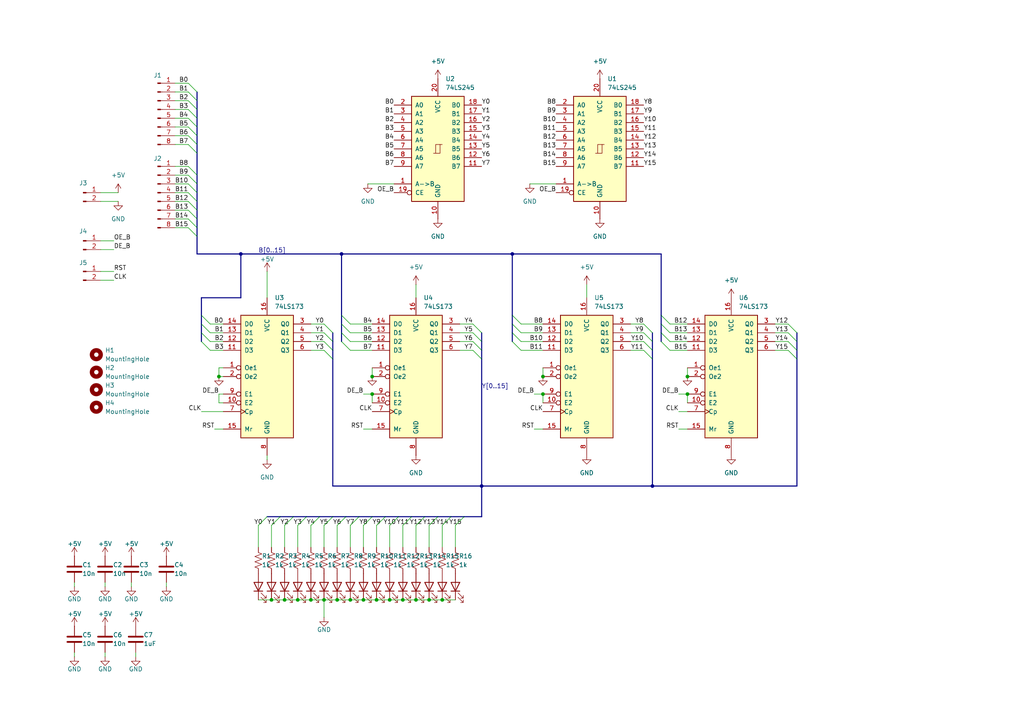
<source format=kicad_sch>
(kicad_sch (version 20231120) (generator "eeschema") (generator_version "8.0")
  (paper "A4")
  (lib_symbols
    (symbol "74xx:74LS173" (pin_names (offset 1.016))
      (property "Reference" "U" (at -7.62 19.05 0))
      (property "Value" "74LS173" (at -7.62 -19.05 0))
      (symbol "74LS173_1_0"
        (pin input inverted (at -12.7 2.54 0) (length 5.08) (name "Oe1") (number "1"))
        (pin input inverted (at -12.7 -7.62 0) (length 5.08) (name "E2") (number "10"))
        (pin input line (at -12.7 7.62 0) (length 5.08) (name "D3") (number "11"))
        (pin input line (at -12.7 10.16 0) (length 5.08) (name "D2") (number "12"))
        (pin input line (at -12.7 12.7 0) (length 5.08) (name "D1") (number "13"))
        (pin input line (at -12.7 15.24 0) (length 5.08) (name "D0") (number "14"))
        (pin input line (at -12.7 -15.24 0) (length 5.08) (name "Mr") (number "15"))
        (pin power_in line (at 0 22.86 270) (length 5.08) (name "VCC") (number "16"))
        (pin input inverted (at -12.7 0 0) (length 5.08) (name "Oe2") (number "2"))
        (pin tri_state line (at 12.7 15.24 180) (length 5.08) (name "Q0") (number "3"))
        (pin tri_state line (at 12.7 12.7 180) (length 5.08) (name "Q1") (number "4"))
        (pin tri_state line (at 12.7 10.16 180) (length 5.08) (name "Q2") (number "5"))
        (pin tri_state line (at 12.7 7.62 180) (length 5.08) (name "Q3") (number "6"))
        (pin input clock (at -12.7 -10.16 0) (length 5.08) (name "Cp") (number "7"))
        (pin power_in line (at 0 -22.86 90) (length 5.08) (name "GND") (number "8"))
        (pin input inverted (at -12.7 -5.08 0) (length 5.08) (name "E1") (number "9"))
      )
    )
    (symbol "74xx:74LS245" (pin_names (offset 1.016))
      (property "Reference" "U" (at -7.62 16.51 0))
      (property "Value" "74LS245" (at -7.62 -16.51 0))
      (symbol "74LS245_1_0"
        (pin input line (at -12.7 -10.16 0) (length 5.08) (name "A->B") (number "1"))
        (pin power_in line (at 0 -20.32 90) (length 5.08) (name "GND") (number "10"))
        (pin tri_state line (at 12.7 -5.08 180) (length 5.08) (name "B7") (number "11"))
        (pin tri_state line (at 12.7 -2.54 180) (length 5.08) (name "B6") (number "12"))
        (pin tri_state line (at 12.7 0 180) (length 5.08) (name "B5") (number "13"))
        (pin tri_state line (at 12.7 2.54 180) (length 5.08) (name "B4") (number "14"))
        (pin tri_state line (at 12.7 5.08 180) (length 5.08) (name "B3") (number "15"))
        (pin tri_state line (at 12.7 7.62 180) (length 5.08) (name "B2") (number "16"))
        (pin tri_state line (at 12.7 10.16 180) (length 5.08) (name "B1") (number "17"))
        (pin tri_state line (at 12.7 12.7 180) (length 5.08) (name "B0") (number "18"))
        (pin input inverted (at -12.7 -12.7 0) (length 5.08) (name "CE") (number "19"))
        (pin tri_state line (at -12.7 12.7 0) (length 5.08) (name "A0") (number "2"))
        (pin power_in line (at 0 20.32 270) (length 5.08) (name "VCC") (number "20"))
        (pin tri_state line (at -12.7 10.16 0) (length 5.08) (name "A1") (number "3"))
        (pin tri_state line (at -12.7 7.62 0) (length 5.08) (name "A2") (number "4"))
        (pin tri_state line (at -12.7 5.08 0) (length 5.08) (name "A3") (number "5"))
        (pin tri_state line (at -12.7 2.54 0) (length 5.08) (name "A4") (number "6"))
        (pin tri_state line (at -12.7 0 0) (length 5.08) (name "A5") (number "7"))
        (pin tri_state line (at -12.7 -2.54 0) (length 5.08) (name "A6") (number "8"))
        (pin tri_state line (at -12.7 -5.08 0) (length 5.08) (name "A7") (number "9"))
      )
    )
    (symbol "Connector:Conn_01x02_Pin" (pin_names (offset 1.016) hide)
      (property "Reference" "J" (at 0 2.54 0))
      (property "Value" "Conn_01x02_Pin" (at 0 -5.08 0))
      (symbol "Conn_01x02_Pin_1_1"
        (pin passive line (at 5.08 0 180) (length 3.81) (name "Pin_1") (number "1"))
        (pin passive line (at 5.08 -2.54 180) (length 3.81) (name "Pin_2") (number "2"))
      )
    )
    (symbol "Connector:Conn_01x08_Pin" (pin_names (offset 1.016) hide)
      (property "Reference" "J" (at 0 10.16 0))
      (property "Value" "Conn_01x08_Pin" (at 0 -12.7 0))
      (symbol "Conn_01x08_Pin_1_1"
        (pin passive line (at 5.08 7.62 180) (length 3.81) (name "Pin_1") (number "1"))
        (pin passive line (at 5.08 5.08 180) (length 3.81) (name "Pin_2") (number "2"))
        (pin passive line (at 5.08 2.54 180) (length 3.81) (name "Pin_3") (number "3"))
        (pin passive line (at 5.08 0 180) (length 3.81) (name "Pin_4") (number "4"))
        (pin passive line (at 5.08 -2.54 180) (length 3.81) (name "Pin_5") (number "5"))
        (pin passive line (at 5.08 -5.08 180) (length 3.81) (name "Pin_6") (number "6"))
        (pin passive line (at 5.08 -7.62 180) (length 3.81) (name "Pin_7") (number "7"))
        (pin passive line (at 5.08 -10.16 180) (length 3.81) (name "Pin_8") (number "8"))
      )
    )
    (symbol "Device:C" (pin_numbers hide) (pin_names (offset 0.254))
      (property "Reference" "C" (at 0.635 2.54 0))
      (property "Value" "C" (at 0.635 -2.54 0))
      (symbol "C_1_1"
        (pin passive line (at 0 3.81 270) (length 2.794) (name "~") (number "1"))
        (pin passive line (at 0 -3.81 90) (length 2.794) (name "~") (number "2"))
      )
    )
    (symbol "Device:LED" (pin_numbers hide) (pin_names (offset 1.016) hide)
      (property "Reference" "D" (at 0 2.54 0))
      (property "Value" "LED" (at 0 -2.54 0))
      (symbol "LED_1_1"
        (pin passive line (at -3.81 0 0) (length 2.54) (name "K") (number "1"))
        (pin passive line (at 3.81 0 180) (length 2.54) (name "A") (number "2"))
      )
    )
    (symbol "Device:R_US" (pin_numbers hide) (pin_names (offset 0))
      (property "Reference" "R" (at 2.54 0 90))
      (property "Value" "R_US" (at -2.54 0 90))
      (symbol "R_US_1_1"
        (pin passive line (at 0 3.81 270) (length 1.27) (name "~") (number "1"))
        (pin passive line (at 0 -3.81 90) (length 1.27) (name "~") (number "2"))
      )
    )
    (symbol "Mechanical:MountingHole" (pin_names (offset 1.016)) (exclude_from_sim yes) (in_bom no)
      (property "Reference" "H" (at 0 5.08 0))
      (property "Value" "MountingHole" (at 0 3.175 0))
    )
    (symbol "power:+5V" (power) (pin_numbers hide) (pin_names (offset 0) hide)
      (property "Value" "+5V" (at 0 3.556 0))
      (symbol "+5V_1_1"
        (pin power_in line (at 0 0 90) (length 0) (name "~") (number "1"))
      )
    )
    (symbol "power:GND" (power) (pin_numbers hide) (pin_names (offset 0) hide)
      (property "Value" "GND" (at 0 -3.81 0))
      (symbol "GND_1_1"
        (pin power_in line (at 0 0 270) (length 0) (name "~") (number "1"))
      )
    )
  )
  (junction (at 139.7 140.97))
  (junction (at 101.6 173.99))
  (junction (at 63.5 109.22))
  (junction (at 128.27 173.99))
  (junction (at 157.48 114.3))
  (junction (at 157.48 109.22))
  (junction (at 86.36 173.99))
  (junction (at 148.59 73.66))
  (junction (at 199.39 109.22))
  (junction (at 97.79 173.99))
  (junction (at 82.55 173.99))
  (junction (at 113.03 173.99))
  (junction (at 107.95 114.3))
  (junction (at 99.06 73.66))
  (junction (at 116.84 173.99))
  (junction (at 120.65 173.99))
  (junction (at 105.41 173.99))
  (junction (at 90.17 173.99))
  (junction (at 199.39 114.3))
  (junction (at 124.46 173.99))
  (junction (at 93.98 173.99))
  (junction (at 189.23 140.97))
  (junction (at 107.95 109.22))
  (junction (at 78.74 173.99))
  (junction (at 69.85 73.66))
  (junction (at 109.22 173.99))
  (bus_entry (at 113.03 152.4) (size 2.54 -2.54))
  (bus_entry (at 82.55 152.4) (size 2.54 -2.54))
  (bus_entry (at 151.13 96.52) (size -2.54 -2.54))
  (bus_entry (at 54.61 29.21) (size 2.54 2.54))
  (bus_entry (at 101.6 93.98) (size -2.54 -2.54))
  (bus_entry (at 186.69 96.52) (size 2.54 2.54))
  (bus_entry (at 186.69 93.98) (size 2.54 2.54))
  (bus_entry (at 54.61 60.96) (size 2.54 2.54))
  (bus_entry (at 194.31 93.98) (size -2.54 -2.54))
  (bus_entry (at 54.61 26.67) (size 2.54 2.54))
  (bus_entry (at 137.16 93.98) (size 2.54 2.54))
  (bus_entry (at 101.6 96.52) (size -2.54 -2.54))
  (bus_entry (at 54.61 58.42) (size 2.54 2.54))
  (bus_entry (at 194.31 96.52) (size -2.54 -2.54))
  (bus_entry (at 101.6 101.6) (size -2.54 -2.54))
  (bus_entry (at 137.16 96.52) (size 2.54 2.54))
  (bus_entry (at 101.6 99.06) (size -2.54 -2.54))
  (bus_entry (at 93.98 99.06) (size 2.54 2.54))
  (bus_entry (at 228.6 99.06) (size 2.54 2.54))
  (bus_entry (at 116.84 152.4) (size 2.54 -2.54))
  (bus_entry (at 151.13 99.06) (size -2.54 -2.54))
  (bus_entry (at 109.22 152.4) (size 2.54 -2.54))
  (bus_entry (at 132.08 152.4) (size 2.54 -2.54))
  (bus_entry (at 54.61 39.37) (size 2.54 2.54))
  (bus_entry (at 60.96 93.98) (size -2.54 -2.54))
  (bus_entry (at 128.27 152.4) (size 2.54 -2.54))
  (bus_entry (at 60.96 99.06) (size -2.54 -2.54))
  (bus_entry (at 60.96 101.6) (size -2.54 -2.54))
  (bus_entry (at 228.6 101.6) (size 2.54 2.54))
  (bus_entry (at 54.61 50.8) (size 2.54 2.54))
  (bus_entry (at 78.74 152.4) (size 2.54 -2.54))
  (bus_entry (at 105.41 152.4) (size 2.54 -2.54))
  (bus_entry (at 86.36 152.4) (size 2.54 -2.54))
  (bus_entry (at 228.6 93.98) (size 2.54 2.54))
  (bus_entry (at 54.61 31.75) (size 2.54 2.54))
  (bus_entry (at 54.61 63.5) (size 2.54 2.54))
  (bus_entry (at 54.61 24.13) (size 2.54 2.54))
  (bus_entry (at 151.13 93.98) (size -2.54 -2.54))
  (bus_entry (at 137.16 101.6) (size 2.54 2.54))
  (bus_entry (at 54.61 41.91) (size 2.54 2.54))
  (bus_entry (at 151.13 101.6) (size -2.54 -2.54))
  (bus_entry (at 194.31 101.6) (size -2.54 -2.54))
  (bus_entry (at 54.61 36.83) (size 2.54 2.54))
  (bus_entry (at 54.61 48.26) (size 2.54 2.54))
  (bus_entry (at 137.16 99.06) (size 2.54 2.54))
  (bus_entry (at 101.6 152.4) (size 2.54 -2.54))
  (bus_entry (at 186.69 101.6) (size 2.54 2.54))
  (bus_entry (at 186.69 99.06) (size 2.54 2.54))
  (bus_entry (at 93.98 96.52) (size 2.54 2.54))
  (bus_entry (at 228.6 96.52) (size 2.54 2.54))
  (bus_entry (at 124.46 152.4) (size 2.54 -2.54))
  (bus_entry (at 90.17 152.4) (size 2.54 -2.54))
  (bus_entry (at 60.96 96.52) (size -2.54 -2.54))
  (bus_entry (at 120.65 152.4) (size 2.54 -2.54))
  (bus_entry (at 194.31 99.06) (size -2.54 -2.54))
  (bus_entry (at 54.61 53.34) (size 2.54 2.54))
  (bus_entry (at 93.98 152.4) (size 2.54 -2.54))
  (bus_entry (at 74.93 152.4) (size 2.54 -2.54))
  (bus_entry (at 54.61 55.88) (size 2.54 2.54))
  (bus_entry (at 93.98 93.98) (size 2.54 2.54))
  (bus_entry (at 54.61 34.29) (size 2.54 2.54))
  (bus_entry (at 54.61 66.04) (size 2.54 2.54))
  (bus_entry (at 97.79 152.4) (size 2.54 -2.54))
  (bus_entry (at 93.98 101.6) (size 2.54 2.54))
  (bus (pts (xy 58.42 96.52) (xy 58.42 93.98)))
  (wire (pts (xy 90.17 101.6) (xy 93.98 101.6)))
  (wire (pts (xy 153.67 53.34) (xy 161.29 53.34)))
  (wire (pts (xy 199.39 109.22) (xy 199.39 106.68)))
  (bus (pts (xy 92.71 149.86) (xy 96.52 149.86)))
  (bus (pts (xy 231.14 104.14) (xy 231.14 140.97)))
  (wire (pts (xy 60.96 99.06) (xy 64.77 99.06)))
  (wire (pts (xy 50.8 41.91) (xy 54.61 41.91)))
  (bus (pts (xy 191.77 96.52) (xy 191.77 99.06)))
  (wire (pts (xy 109.22 158.75) (xy 109.22 152.4)))
  (wire (pts (xy 54.61 55.88) (xy 50.8 55.88)))
  (wire (pts (xy 151.13 101.6) (xy 157.48 101.6)))
  (bus (pts (xy 96.52 140.97) (xy 139.7 140.97)))
  (bus (pts (xy 115.57 149.86) (xy 119.38 149.86)))
  (bus (pts (xy 191.77 91.44) (xy 191.77 93.98)))
  (wire (pts (xy 105.41 124.46) (xy 107.95 124.46)))
  (bus (pts (xy 139.7 140.97) (xy 189.23 140.97)))
  (wire (pts (xy 60.96 93.98) (xy 64.77 93.98)))
  (bus (pts (xy 57.15 26.67) (xy 57.15 29.21)))
  (bus (pts (xy 139.7 99.06) (xy 139.7 101.6)))
  (bus (pts (xy 107.95 149.86) (xy 111.76 149.86)))
  (wire (pts (xy 90.17 96.52) (xy 93.98 96.52)))
  (bus (pts (xy 58.42 91.44) (xy 58.42 86.36)))
  (wire (pts (xy 63.5 109.22) (xy 64.77 109.22)))
  (bus (pts (xy 58.42 86.36) (xy 69.85 86.36)))
  (bus (pts (xy 99.06 96.52) (xy 99.06 99.06)))
  (wire (pts (xy 101.6 101.6) (xy 107.95 101.6)))
  (wire (pts (xy 124.46 173.99) (xy 128.27 173.99)))
  (wire (pts (xy 120.65 173.99) (xy 124.46 173.99)))
  (wire (pts (xy 39.37 189.23) (xy 39.37 190.5)))
  (wire (pts (xy 128.27 158.75) (xy 128.27 152.4)))
  (wire (pts (xy 224.79 101.6) (xy 228.6 101.6)))
  (bus (pts (xy 57.15 68.58) (xy 57.15 73.66)))
  (bus (pts (xy 69.85 73.66) (xy 99.06 73.66)))
  (bus (pts (xy 88.9 149.86) (xy 92.71 149.86)))
  (bus (pts (xy 57.15 50.8) (xy 57.15 53.34)))
  (bus (pts (xy 81.28 149.86) (xy 85.09 149.86)))
  (wire (pts (xy 21.59 168.91) (xy 21.59 170.18)))
  (wire (pts (xy 120.65 82.55) (xy 120.65 86.36)))
  (bus (pts (xy 127 149.86) (xy 130.81 149.86)))
  (wire (pts (xy 199.39 114.3) (xy 196.85 114.3)))
  (bus (pts (xy 100.33 149.86) (xy 104.14 149.86)))
  (wire (pts (xy 154.94 124.46) (xy 157.48 124.46)))
  (bus (pts (xy 191.77 93.98) (xy 191.77 96.52)))
  (wire (pts (xy 151.13 99.06) (xy 157.48 99.06)))
  (bus (pts (xy 57.15 39.37) (xy 57.15 41.91)))
  (bus (pts (xy 139.7 104.14) (xy 139.7 140.97)))
  (bus (pts (xy 57.15 66.04) (xy 57.15 68.58)))
  (wire (pts (xy 107.95 116.84) (xy 107.95 114.3)))
  (wire (pts (xy 90.17 93.98) (xy 93.98 93.98)))
  (wire (pts (xy 62.23 124.46) (xy 64.77 124.46)))
  (wire (pts (xy 33.02 72.39) (xy 29.21 72.39)))
  (bus (pts (xy 96.52 149.86) (xy 100.33 149.86)))
  (wire (pts (xy 54.61 50.8) (xy 50.8 50.8)))
  (wire (pts (xy 101.6 96.52) (xy 107.95 96.52)))
  (bus (pts (xy 134.62 149.86) (xy 139.7 149.86)))
  (wire (pts (xy 63.5 106.68) (xy 63.5 109.22)))
  (wire (pts (xy 30.48 168.91) (xy 30.48 170.18)))
  (wire (pts (xy 86.36 173.99) (xy 90.17 173.99)))
  (wire (pts (xy 60.96 96.52) (xy 64.77 96.52)))
  (wire (pts (xy 54.61 60.96) (xy 50.8 60.96)))
  (wire (pts (xy 106.68 53.34) (xy 114.3 53.34)))
  (wire (pts (xy 124.46 158.75) (xy 124.46 152.4)))
  (bus (pts (xy 99.06 91.44) (xy 99.06 93.98)))
  (wire (pts (xy 101.6 99.06) (xy 107.95 99.06)))
  (wire (pts (xy 54.61 58.42) (xy 50.8 58.42)))
  (wire (pts (xy 109.22 173.99) (xy 113.03 173.99)))
  (wire (pts (xy 224.79 93.98) (xy 228.6 93.98)))
  (wire (pts (xy 50.8 26.67) (xy 54.61 26.67)))
  (wire (pts (xy 34.29 55.88) (xy 29.21 55.88)))
  (wire (pts (xy 194.31 99.06) (xy 199.39 99.06)))
  (wire (pts (xy 151.13 93.98) (xy 157.48 93.98)))
  (wire (pts (xy 97.79 158.75) (xy 97.79 152.4)))
  (wire (pts (xy 50.8 24.13) (xy 54.61 24.13)))
  (bus (pts (xy 104.14 149.86) (xy 107.95 149.86)))
  (wire (pts (xy 151.13 96.52) (xy 157.48 96.52)))
  (wire (pts (xy 60.96 101.6) (xy 64.77 101.6)))
  (bus (pts (xy 189.23 96.52) (xy 189.23 99.06)))
  (wire (pts (xy 199.39 116.84) (xy 199.39 114.3)))
  (wire (pts (xy 196.85 124.46) (xy 199.39 124.46)))
  (wire (pts (xy 157.48 109.22) (xy 157.48 106.68)))
  (wire (pts (xy 50.8 36.83) (xy 54.61 36.83)))
  (wire (pts (xy 38.1 168.91) (xy 38.1 170.18)))
  (bus (pts (xy 123.19 149.86) (xy 127 149.86)))
  (wire (pts (xy 182.88 101.6) (xy 186.69 101.6)))
  (bus (pts (xy 96.52 99.06) (xy 96.52 101.6)))
  (wire (pts (xy 30.48 189.23) (xy 30.48 190.5)))
  (wire (pts (xy 133.35 101.6) (xy 137.16 101.6)))
  (bus (pts (xy 57.15 73.66) (xy 69.85 73.66)))
  (bus (pts (xy 111.76 149.86) (xy 115.57 149.86)))
  (wire (pts (xy 34.29 58.42) (xy 29.21 58.42)))
  (bus (pts (xy 96.52 96.52) (xy 96.52 99.06)))
  (bus (pts (xy 231.14 99.06) (xy 231.14 101.6)))
  (bus (pts (xy 99.06 93.98) (xy 99.06 96.52)))
  (wire (pts (xy 78.74 173.99) (xy 82.55 173.99)))
  (wire (pts (xy 194.31 93.98) (xy 199.39 93.98)))
  (bus (pts (xy 189.23 104.14) (xy 189.23 140.97)))
  (wire (pts (xy 101.6 173.99) (xy 105.41 173.99)))
  (bus (pts (xy 130.81 149.86) (xy 134.62 149.86)))
  (bus (pts (xy 57.15 36.83) (xy 57.15 39.37)))
  (wire (pts (xy 93.98 179.07) (xy 93.98 173.99)))
  (wire (pts (xy 29.21 78.74) (xy 33.02 78.74)))
  (bus (pts (xy 148.59 91.44) (xy 148.59 93.98)))
  (wire (pts (xy 182.88 93.98) (xy 186.69 93.98)))
  (bus (pts (xy 57.15 53.34) (xy 57.15 55.88)))
  (bus (pts (xy 148.59 96.52) (xy 148.59 99.06)))
  (wire (pts (xy 77.47 78.74) (xy 77.47 86.36)))
  (wire (pts (xy 54.61 66.04) (xy 50.8 66.04)))
  (wire (pts (xy 132.08 158.75) (xy 132.08 152.4)))
  (wire (pts (xy 194.31 96.52) (xy 199.39 96.52)))
  (wire (pts (xy 82.55 173.99) (xy 86.36 173.99)))
  (wire (pts (xy 54.61 63.5) (xy 50.8 63.5)))
  (bus (pts (xy 139.7 96.52) (xy 139.7 99.06)))
  (wire (pts (xy 199.39 119.38) (xy 196.85 119.38)))
  (bus (pts (xy 139.7 101.6) (xy 139.7 104.14)))
  (wire (pts (xy 63.5 114.3) (xy 63.5 116.84)))
  (wire (pts (xy 93.98 173.99) (xy 97.79 173.99)))
  (wire (pts (xy 54.61 53.34) (xy 50.8 53.34)))
  (wire (pts (xy 64.77 106.68) (xy 63.5 106.68)))
  (wire (pts (xy 50.8 31.75) (xy 54.61 31.75)))
  (bus (pts (xy 148.59 91.44) (xy 148.59 73.66)))
  (wire (pts (xy 157.48 116.84) (xy 157.48 114.3)))
  (bus (pts (xy 69.85 86.36) (xy 69.85 73.66)))
  (bus (pts (xy 57.15 34.29) (xy 57.15 36.83)))
  (wire (pts (xy 90.17 158.75) (xy 90.17 152.4)))
  (bus (pts (xy 148.59 93.98) (xy 148.59 96.52)))
  (wire (pts (xy 133.35 93.98) (xy 137.16 93.98)))
  (wire (pts (xy 93.98 158.75) (xy 93.98 152.4)))
  (wire (pts (xy 90.17 173.99) (xy 93.98 173.99)))
  (wire (pts (xy 86.36 158.75) (xy 86.36 152.4)))
  (bus (pts (xy 58.42 93.98) (xy 58.42 91.44)))
  (bus (pts (xy 99.06 73.66) (xy 99.06 91.44)))
  (bus (pts (xy 189.23 99.06) (xy 189.23 101.6)))
  (wire (pts (xy 54.61 48.26) (xy 50.8 48.26)))
  (bus (pts (xy 99.06 73.66) (xy 148.59 73.66)))
  (wire (pts (xy 101.6 93.98) (xy 107.95 93.98)))
  (bus (pts (xy 96.52 101.6) (xy 96.52 104.14)))
  (wire (pts (xy 105.41 173.99) (xy 109.22 173.99)))
  (wire (pts (xy 77.47 133.35) (xy 77.47 132.08)))
  (wire (pts (xy 170.18 82.55) (xy 170.18 86.36)))
  (wire (pts (xy 63.5 116.84) (xy 64.77 116.84)))
  (bus (pts (xy 57.15 63.5) (xy 57.15 66.04)))
  (bus (pts (xy 57.15 44.45) (xy 57.15 50.8)))
  (wire (pts (xy 113.03 158.75) (xy 113.03 152.4)))
  (bus (pts (xy 85.09 149.86) (xy 88.9 149.86)))
  (wire (pts (xy 194.31 101.6) (xy 199.39 101.6)))
  (wire (pts (xy 224.79 99.06) (xy 228.6 99.06)))
  (wire (pts (xy 116.84 173.99) (xy 120.65 173.99)))
  (wire (pts (xy 128.27 173.99) (xy 132.08 173.99)))
  (wire (pts (xy 33.02 81.28) (xy 29.21 81.28)))
  (wire (pts (xy 74.93 158.75) (xy 74.93 152.4)))
  (bus (pts (xy 119.38 149.86) (xy 123.19 149.86)))
  (bus (pts (xy 189.23 140.97) (xy 231.14 140.97)))
  (wire (pts (xy 50.8 29.21) (xy 54.61 29.21)))
  (wire (pts (xy 157.48 114.3) (xy 154.94 114.3)))
  (bus (pts (xy 148.59 73.66) (xy 191.77 73.66)))
  (wire (pts (xy 107.95 109.22) (xy 107.95 106.68)))
  (bus (pts (xy 57.15 58.42) (xy 57.15 60.96)))
  (bus (pts (xy 58.42 99.06) (xy 58.42 96.52)))
  (bus (pts (xy 139.7 149.86) (xy 139.7 140.97)))
  (wire (pts (xy 90.17 99.06) (xy 93.98 99.06)))
  (bus (pts (xy 57.15 41.91) (xy 57.15 44.45)))
  (bus (pts (xy 231.14 101.6) (xy 231.14 104.14)))
  (wire (pts (xy 107.95 114.3) (xy 105.41 114.3)))
  (wire (pts (xy 50.8 34.29) (xy 54.61 34.29)))
  (wire (pts (xy 113.03 173.99) (xy 116.84 173.99)))
  (bus (pts (xy 57.15 29.21) (xy 57.15 31.75)))
  (wire (pts (xy 133.35 99.06) (xy 137.16 99.06)))
  (wire (pts (xy 82.55 158.75) (xy 82.55 152.4)))
  (wire (pts (xy 101.6 158.75) (xy 101.6 152.4)))
  (wire (pts (xy 116.84 158.75) (xy 116.84 152.4)))
  (bus (pts (xy 191.77 73.66) (xy 191.77 91.44)))
  (bus (pts (xy 77.47 149.86) (xy 81.28 149.86)))
  (bus (pts (xy 189.23 101.6) (xy 189.23 104.14)))
  (wire (pts (xy 182.88 99.06) (xy 186.69 99.06)))
  (wire (pts (xy 133.35 96.52) (xy 137.16 96.52)))
  (wire (pts (xy 48.26 168.91) (xy 48.26 170.18)))
  (bus (pts (xy 96.52 104.14) (xy 96.52 140.97)))
  (wire (pts (xy 182.88 96.52) (xy 186.69 96.52)))
  (wire (pts (xy 58.42 119.38) (xy 64.77 119.38)))
  (wire (pts (xy 78.74 158.75) (xy 78.74 152.4)))
  (wire (pts (xy 224.79 96.52) (xy 228.6 96.52)))
  (bus (pts (xy 57.15 60.96) (xy 57.15 63.5)))
  (wire (pts (xy 105.41 158.75) (xy 105.41 152.4)))
  (bus (pts (xy 231.14 96.52) (xy 231.14 99.06)))
  (bus (pts (xy 57.15 31.75) (xy 57.15 34.29)))
  (wire (pts (xy 50.8 39.37) (xy 54.61 39.37)))
  (wire (pts (xy 63.5 114.3) (xy 64.77 114.3)))
  (wire (pts (xy 74.93 173.99) (xy 78.74 173.99)))
  (wire (pts (xy 120.65 158.75) (xy 120.65 152.4)))
  (bus (pts (xy 57.15 55.88) (xy 57.15 58.42)))
  (wire (pts (xy 21.59 189.23) (xy 21.59 190.5)))
  (wire (pts (xy 97.79 173.99) (xy 101.6 173.99)))
  (wire (pts (xy 33.02 69.85) (xy 29.21 69.85)))
  (label "B14" (at 161.29 45.72 180))
  (label "Y4" (at 137.16 93.98 180))
  (label "B5" (at 114.3 43.18 180))
  (label "B6" (at 54.61 39.37 180))
  (label "RST" (at 33.02 78.74 0))
  (label "CLK" (at 157.48 119.38 180))
  (label "Y2" (at 82.55 152.4 0))
  (label "DE_B" (at 33.02 72.39 0))
  (label "Y12" (at 186.69 40.64 0))
  (label "Y4" (at 90.17 152.4 0))
  (label "B13" (at 199.39 96.52 180))
  (label "B11" (at 54.61 55.88 180))
  (label "Y8" (at 186.69 30.48 0))
  (label "B2" (at 54.61 29.21 180))
  (label "B7" (at 107.95 101.6 180))
  (label "B6" (at 114.3 45.72 180))
  (label "Y10" (at 186.69 99.06 180))
  (label "Y0" (at 139.7 30.48 0))
  (label "B2" (at 114.3 35.56 180))
  (label "B15" (at 161.29 48.26 180))
  (label "B0" (at 114.3 30.48 180))
  (label "B14" (at 199.39 99.06 180))
  (label "Y12" (at 120.65 152.4 0))
  (label "B9" (at 157.48 96.52 180))
  (label "B0" (at 64.77 93.98 180))
  (label "B0" (at 54.61 24.13 180))
  (label "B8" (at 54.61 48.26 180))
  (label "RST" (at 154.94 124.46 180))
  (label "Y3" (at 139.7 38.1 0))
  (label "Y2" (at 93.98 99.06 180))
  (label "CLK" (at 107.95 119.38 180))
  (label "OE_B" (at 114.3 55.88 180))
  (label "OE_B" (at 161.29 55.88 180))
  (label "B8" (at 157.48 93.98 180))
  (label "Y13" (at 228.6 96.52 180))
  (label "Y8" (at 186.69 93.98 180))
  (label "B11" (at 161.29 38.1 180))
  (label "B1" (at 114.3 33.02 180))
  (label "DE_B" (at 63.5 114.3 180))
  (label "Y5" (at 93.98 152.4 0))
  (label "Y11" (at 186.69 38.1 0))
  (label "B10" (at 157.48 99.06 180))
  (label "Y2" (at 139.7 35.56 0))
  (label "Y6" (at 137.16 99.06 180))
  (label "Y15" (at 228.6 101.6 180))
  (label "B8" (at 161.29 30.48 180))
  (label "Y0" (at 93.98 93.98 180))
  (label "Y11" (at 186.69 101.6 180))
  (label "CLK" (at 58.42 119.38 180))
  (label "Y9" (at 186.69 33.02 0))
  (label "Y3" (at 86.36 152.4 0))
  (label "Y[0..15]" (at 139.7 113.03 0))
  (label "B5" (at 107.95 96.52 180))
  (label "B[0..15]" (at 74.93 73.66 0))
  (label "B6" (at 107.95 99.06 180))
  (label "RST" (at 62.23 124.46 180))
  (label "B15" (at 199.39 101.6 180))
  (label "B4" (at 107.95 93.98 180))
  (label "Y10" (at 113.03 152.4 0))
  (label "Y10" (at 186.69 35.56 0))
  (label "B13" (at 161.29 43.18 180))
  (label "Y7" (at 139.7 48.26 0))
  (label "Y15" (at 186.69 48.26 0))
  (label "CLK" (at 196.85 119.38 180))
  (label "Y7" (at 137.16 101.6 180))
  (label "CLK" (at 33.02 81.28 0))
  (label "B10" (at 54.61 53.34 180))
  (label "B13" (at 54.61 60.96 180))
  (label "B2" (at 62.23 99.06 0))
  (label "B4" (at 114.3 40.64 180))
  (label "Y0" (at 74.93 152.4 0))
  (label "Y8" (at 105.41 152.4 0))
  (label "Y6" (at 97.79 152.4 0))
  (label "B12" (at 199.39 93.98 180))
  (label "B3" (at 62.23 101.6 0))
  (label "RST" (at 196.85 124.46 180))
  (label "B12" (at 54.61 58.42 180))
  (label "Y14" (at 228.6 99.06 180))
  (label "Y7" (at 101.6 152.4 0))
  (label "Y14" (at 186.69 45.72 0))
  (label "B4" (at 54.61 34.29 180))
  (label "Y1" (at 78.74 152.4 0))
  (label "B12" (at 161.29 40.64 180))
  (label "DE_B" (at 105.41 114.3 180))
  (label "DE_B" (at 154.94 114.3 180))
  (label "B3" (at 54.61 31.75 180))
  (label "B5" (at 54.61 36.83 180))
  (label "B7" (at 114.3 48.26 180))
  (label "Y9" (at 186.69 96.52 180))
  (label "DE_B" (at 196.85 114.3 180))
  (label "Y13" (at 186.69 43.18 0))
  (label "Y6" (at 139.7 45.72 0))
  (label "B1" (at 54.61 26.67 180))
  (label "Y3" (at 93.98 101.6 180))
  (label "Y5" (at 139.7 43.18 0))
  (label "RST" (at 105.41 124.46 180))
  (label "B9" (at 161.29 33.02 180))
  (label "B11" (at 157.48 101.6 180))
  (label "Y4" (at 139.7 40.64 0))
  (label "B3" (at 114.3 38.1 180))
  (label "OE_B" (at 33.02 69.85 0))
  (label "Y5" (at 137.16 96.52 180))
  (label "B10" (at 161.29 35.56 180))
  (label "B1" (at 62.23 96.52 0))
  (label "Y1" (at 93.98 96.52 180))
  (label "B15" (at 54.61 66.04 180))
  (label "Y12" (at 228.6 93.98 180))
  (label "Y11" (at 116.84 152.4 0))
  (label "Y14" (at 128.27 152.4 0))
  (label "Y15" (at 132.08 152.4 0))
  (label "Y9" (at 109.22 152.4 0))
  (label "B14" (at 54.61 63.5 180))
  (label "Y13" (at 124.46 152.4 0))
  (label "B9" (at 54.61 50.8 180))
  (label "B7" (at 54.61 41.91 180))
  (label "Y1" (at 139.7 33.02 0))
  (symbol (lib_id "power:GND") (at 93.98 179.07 0) (unit 1)
    (property "Reference" "#PWR01" (effects (hide yes)))
    (property "Value" "GND" (at 93.98 182.626 0))
    (property "Description" "Power symbol creates a global label with name \"GND\" , ground" (effects (hide yes)))
  )
  (symbol (lib_id "power:+5V") (at 38.1 161.29 0) (unit 1)
    (property "Reference" "#PWR037" (effects (hide yes)))
    (property "Value" "+5V" (at 38.1 157.734 0))
    (property "Description" "Power symbol creates a global label with name \"+5V\"" (effects (hide yes)))
  )
  (symbol (lib_id "74xx:74LS245") (at 127 43.18 0) (unit 1)
    (property "Reference" "U2" (at 129.1941 22.86 0) (effects (justify left)))
    (property "Value" "74LS245" (at 129.1941 25.4 0) (effects (justify left)))
    (property "Footprint" "Package_DIP:DIP-20_W7.62mm" (effects (hide yes)))
    (property "Datasheet" "http://www.ti.com/lit/gpn/sn74LS245" (effects (hide yes)))
    (property "Description" "Octal BUS Transceivers, 3-State outputs" (effects (hide yes)))
  )
  (symbol (lib_id "Device:R_US") (at 101.6 162.56 0) (unit 1)
    (property "Reference" "R8" (at 102.616 161.29 0) (effects (justify left)))
    (property "Value" "1k" (at 102.616 163.83 0) (effects (justify left)))
    (property "Footprint" "Resistor_THT:R_Axial_DIN0204_L3.6mm_D1.6mm_P7.62mm_Horizontal" (effects (hide yes)))
    (property "Description" "Resistor, US symbol" (effects (hide yes)))
  )
  (symbol (lib_id "Device:C") (at 39.37 185.42 0) (unit 1)
    (property "Reference" "C7" (at 41.656 184.15 0) (effects (justify left)))
    (property "Value" "1uF" (at 41.656 186.69 0) (effects (justify left)))
    (property "Footprint" "Capacitor_THT:C_Radial_D6.3mm_H11.0mm_P2.50mm" (effects (hide yes)))
    (property "Description" "Unpolarized capacitor" (effects (hide yes)))
  )
  (symbol (lib_id "power:+5V") (at 30.48 161.29 0) (unit 1)
    (property "Reference" "#PWR027" (effects (hide yes)))
    (property "Value" "+5V" (at 30.48 157.734 0))
    (property "Description" "Power symbol creates a global label with name \"+5V\"" (effects (hide yes)))
  )
  (symbol (lib_id "Connector:Conn_01x02_Pin") (at 24.13 69.85 0) (unit 1)
    (property "Reference" "J4" (at 24.13 67.056 0))
    (property "Value" "Conn_01x02_Pin" (effects (hide yes)))
    (property "Footprint" "Connector_JST:JST_XH_S2B-XH-A_1x02_P2.50mm_Horizontal" (effects (hide yes)))
    (property "Description" "Generic connector, single row, 01x02, script generated" (effects (hide yes)))
  )
  (symbol (lib_id "Device:R_US") (at 105.41 162.56 0) (unit 1)
    (property "Reference" "R9" (at 106.426 161.29 0) (effects (justify left)))
    (property "Value" "1k" (at 106.426 163.83 0) (effects (justify left)))
    (property "Footprint" "Resistor_THT:R_Axial_DIN0204_L3.6mm_D1.6mm_P7.62mm_Horizontal" (effects (hide yes)))
    (property "Description" "Resistor, US symbol" (effects (hide yes)))
  )
  (symbol (lib_id "74xx:74LS173") (at 77.47 109.22 0) (unit 1)
    (property "Reference" "U3" (at 79.6641 86.36 0) (effects (justify left)))
    (property "Value" "74LS173" (at 79.6641 88.9 0) (effects (justify left)))
    (property "Footprint" "Package_DIP:DIP-16_W7.62mm" (effects (hide yes)))
    (property "Datasheet" "http://www.ti.com/lit/gpn/sn74LS173" (effects (hide yes)))
    (property "Description" "4-bit D-type Register, 3 state out" (effects (hide yes)))
  )
  (symbol (lib_id "Device:R_US") (at 93.98 162.56 0) (unit 1)
    (property "Reference" "R6" (at 94.996 161.29 0) (effects (justify left)))
    (property "Value" "1k" (at 94.996 163.83 0) (effects (justify left)))
    (property "Footprint" "Resistor_THT:R_Axial_DIN0204_L3.6mm_D1.6mm_P7.62mm_Horizontal" (effects (hide yes)))
    (property "Description" "Resistor, US symbol" (effects (hide yes)))
  )
  (symbol (lib_id "Device:LED") (at 90.17 170.18 90) (unit 1)
    (property "Reference" "D5" (effects (hide yes)))
    (property "Value" "LED" (effects (hide yes)))
    (property "Footprint" "LED_THT:LED_Rectangular_W3.0mm_H2.0mm" (effects (hide yes)))
    (property "Description" "Light emitting diode" (effects (hide yes)))
  )
  (symbol (lib_id "power:GND") (at 170.18 132.08 0) (unit 1)
    (property "Reference" "#PWR012" (effects (hide yes)))
    (property "Value" "GND" (at 170.18 137.16 0))
    (property "Description" "Power symbol creates a global label with name \"GND\" , ground" (effects (hide yes)))
  )
  (symbol (lib_id "Device:LED") (at 97.79 170.18 90) (unit 1)
    (property "Reference" "D7" (effects (hide yes)))
    (property "Value" "LED" (effects (hide yes)))
    (property "Footprint" "LED_THT:LED_Rectangular_W3.0mm_H2.0mm" (effects (hide yes)))
    (property "Description" "Light emitting diode" (effects (hide yes)))
  )
  (symbol (lib_id "Device:R_US") (at 116.84 162.56 0) (unit 1)
    (property "Reference" "R12" (at 117.856 161.29 0) (effects (justify left)))
    (property "Value" "1k" (at 117.856 163.83 0) (effects (justify left)))
    (property "Footprint" "Resistor_THT:R_Axial_DIN0204_L3.6mm_D1.6mm_P7.62mm_Horizontal" (effects (hide yes)))
    (property "Description" "Resistor, US symbol" (effects (hide yes)))
  )
  (symbol (lib_id "Device:C") (at 21.59 185.42 0) (unit 1)
    (property "Reference" "C5" (at 23.876 184.15 0) (effects (justify left)))
    (property "Value" "10n" (at 23.876 186.69 0) (effects (justify left)))
    (property "Footprint" "Capacitor_THT:C_Disc_D3.8mm_W2.6mm_P2.50mm" (effects (hide yes)))
    (property "Description" "Unpolarized capacitor" (effects (hide yes)))
  )
  (symbol (lib_id "Device:R_US") (at 82.55 162.56 0) (unit 1)
    (property "Reference" "R3" (at 83.566 161.29 0) (effects (justify left)))
    (property "Value" "1k" (at 83.566 163.83 0) (effects (justify left)))
    (property "Footprint" "Resistor_THT:R_Axial_DIN0204_L3.6mm_D1.6mm_P7.62mm_Horizontal" (effects (hide yes)))
    (property "Description" "Resistor, US symbol" (effects (hide yes)))
  )
  (symbol (lib_id "power:GND") (at 38.1 170.18 0) (unit 1)
    (property "Reference" "#PWR038" (effects (hide yes)))
    (property "Value" "GND" (at 38.1 173.736 0))
    (property "Description" "Power symbol creates a global label with name \"GND\" , ground" (effects (hide yes)))
  )
  (symbol (lib_id "Connector:Conn_01x02_Pin") (at 24.13 55.88 0) (unit 1)
    (property "Reference" "J3" (at 24.13 53.086 0))
    (property "Value" "Conn_01x02_Pin" (effects (hide yes)))
    (property "Footprint" "Connector_JST:JST_XH_S2B-XH-A_1x02_P2.50mm_Horizontal" (effects (hide yes)))
    (property "Description" "Generic connector, single row, 01x02, script generated" (effects (hide yes)))
  )
  (symbol (lib_id "Device:LED") (at 74.93 170.18 90) (unit 1)
    (property "Reference" "D1" (effects (hide yes)))
    (property "Value" "LED" (effects (hide yes)))
    (property "Footprint" "LED_THT:LED_Rectangular_W3.0mm_H2.0mm" (effects (hide yes)))
    (property "Description" "Light emitting diode" (effects (hide yes)))
  )
  (symbol (lib_id "Device:C") (at 21.59 165.1 0) (unit 1)
    (property "Reference" "C1" (at 23.876 163.83 0) (effects (justify left)))
    (property "Value" "10n" (at 23.876 166.37 0) (effects (justify left)))
    (property "Footprint" "Capacitor_THT:C_Disc_D3.8mm_W2.6mm_P2.50mm" (effects (hide yes)))
    (property "Description" "Unpolarized capacitor" (effects (hide yes)))
  )
  (symbol (lib_id "power:GND") (at 107.95 109.22 0) (unit 1)
    (property "Reference" "#PWR022" (effects (hide yes)))
    (property "Value" "GND" (effects (hide yes)))
    (property "Description" "Power symbol creates a global label with name \"GND\" , ground" (effects (hide yes)))
  )
  (symbol (lib_id "Device:C") (at 38.1 165.1 0) (unit 1)
    (property "Reference" "C3" (at 40.386 163.83 0) (effects (justify left)))
    (property "Value" "10n" (at 40.386 166.37 0) (effects (justify left)))
    (property "Footprint" "Capacitor_THT:C_Disc_D3.8mm_W2.6mm_P2.50mm" (effects (hide yes)))
    (property "Description" "Unpolarized capacitor" (effects (hide yes)))
  )
  (symbol (lib_id "74xx:74LS173") (at 170.18 109.22 0) (unit 1)
    (property "Reference" "U5" (at 172.3741 86.36 0) (effects (justify left)))
    (property "Value" "74LS173" (at 172.3741 88.9 0) (effects (justify left)))
    (property "Footprint" "Package_DIP:DIP-16_W7.62mm" (effects (hide yes)))
    (property "Datasheet" "http://www.ti.com/lit/gpn/sn74LS173" (effects (hide yes)))
    (property "Description" "4-bit D-type Register, 3 state out" (effects (hide yes)))
  )
  (symbol (lib_id "Device:C") (at 30.48 165.1 0) (unit 1)
    (property "Reference" "C2" (at 32.766 163.83 0) (effects (justify left)))
    (property "Value" "10n" (at 32.766 166.37 0) (effects (justify left)))
    (property "Footprint" "Capacitor_THT:C_Disc_D3.8mm_W2.6mm_P2.50mm" (effects (hide yes)))
    (property "Description" "Unpolarized capacitor" (effects (hide yes)))
  )
  (symbol (lib_id "Device:R_US") (at 74.93 162.56 0) (unit 1)
    (property "Reference" "R1" (at 75.946 161.29 0) (effects (justify left)))
    (property "Value" "1k" (at 75.946 163.83 0) (effects (justify left)))
    (property "Footprint" "Resistor_THT:R_Axial_DIN0204_L3.6mm_D1.6mm_P7.62mm_Horizontal" (effects (hide yes)))
    (property "Description" "Resistor, US symbol" (effects (hide yes)))
  )
  (symbol (lib_id "power:GND") (at 157.48 109.22 0) (unit 1)
    (property "Reference" "#PWR023" (effects (hide yes)))
    (property "Value" "GND" (effects (hide yes)))
    (property "Description" "Power symbol creates a global label with name \"GND\" , ground" (effects (hide yes)))
  )
  (symbol (lib_id "power:+5V") (at 21.59 181.61 0) (unit 1)
    (property "Reference" "#PWR029" (effects (hide yes)))
    (property "Value" "+5V" (at 21.59 178.054 0))
    (property "Description" "Power symbol creates a global label with name \"+5V\"" (effects (hide yes)))
  )
  (symbol (lib_id "74xx:74LS173") (at 120.65 109.22 0) (unit 1)
    (property "Reference" "U4" (at 122.8441 86.36 0) (effects (justify left)))
    (property "Value" "74LS173" (at 122.8441 88.9 0) (effects (justify left)))
    (property "Footprint" "Package_DIP:DIP-16_W7.62mm" (effects (hide yes)))
    (property "Datasheet" "http://www.ti.com/lit/gpn/sn74LS173" (effects (hide yes)))
    (property "Description" "4-bit D-type Register, 3 state out" (effects (hide yes)))
  )
  (symbol (lib_id "74xx:74LS245") (at 173.99 43.18 0) (unit 1)
    (property "Reference" "U1" (at 176.1841 22.86 0) (effects (justify left)))
    (property "Value" "74LS245" (at 176.1841 25.4 0) (effects (justify left)))
    (property "Footprint" "Package_DIP:DIP-20_W7.62mm" (effects (hide yes)))
    (property "Datasheet" "http://www.ti.com/lit/gpn/sn74LS245" (effects (hide yes)))
    (property "Description" "Octal BUS Transceivers, 3-State outputs" (effects (hide yes)))
  )
  (symbol (lib_id "power:GND") (at 127 63.5 0) (unit 1)
    (property "Reference" "#PWR09" (effects (hide yes)))
    (property "Value" "GND" (at 127 68.58 0))
    (property "Description" "Power symbol creates a global label with name \"GND\" , ground" (effects (hide yes)))
  )
  (symbol (lib_id "power:+5V") (at 21.59 161.29 0) (unit 1)
    (property "Reference" "#PWR026" (effects (hide yes)))
    (property "Value" "+5V" (at 21.59 157.734 0))
    (property "Description" "Power symbol creates a global label with name \"+5V\"" (effects (hide yes)))
  )
  (symbol (lib_id "power:GND") (at 173.99 63.5 0) (unit 1)
    (property "Reference" "#PWR010" (effects (hide yes)))
    (property "Value" "GND" (at 173.99 68.58 0))
    (property "Description" "Power symbol creates a global label with name \"GND\" , ground" (effects (hide yes)))
  )
  (symbol (lib_id "power:GND") (at 106.68 53.34 0) (unit 1)
    (property "Reference" "#PWR018" (effects (hide yes)))
    (property "Value" "GND" (at 106.68 58.42 0))
    (property "Description" "Power symbol creates a global label with name \"GND\" , ground" (effects (hide yes)))
  )
  (symbol (lib_id "Device:LED") (at 109.22 170.18 90) (unit 1)
    (property "Reference" "D10" (effects (hide yes)))
    (property "Value" "LED" (effects (hide yes)))
    (property "Footprint" "LED_THT:LED_Rectangular_W3.0mm_H2.0mm" (effects (hide yes)))
    (property "Description" "Light emitting diode" (effects (hide yes)))
  )
  (symbol (lib_id "Device:C") (at 30.48 185.42 0) (unit 1)
    (property "Reference" "C6" (at 32.766 184.15 0) (effects (justify left)))
    (property "Value" "10n" (at 32.766 186.69 0) (effects (justify left)))
    (property "Footprint" "Capacitor_THT:C_Disc_D3.8mm_W2.6mm_P2.50mm" (effects (hide yes)))
    (property "Description" "Unpolarized capacitor" (effects (hide yes)))
  )
  (symbol (lib_id "Device:LED") (at 78.74 170.18 90) (unit 1)
    (property "Reference" "D2" (effects (hide yes)))
    (property "Value" "LED" (effects (hide yes)))
    (property "Footprint" "LED_THT:LED_Rectangular_W3.0mm_H2.0mm" (effects (hide yes)))
    (property "Description" "Light emitting diode" (effects (hide yes)))
  )
  (symbol (lib_id "power:+5V") (at 212.09 86.36 0) (unit 1)
    (property "Reference" "#PWR06" (effects (hide yes)))
    (property "Value" "+5V" (at 212.09 81.28 0))
    (property "Description" "Power symbol creates a global label with name \"+5V\"" (effects (hide yes)))
  )
  (symbol (lib_id "Device:R_US") (at 128.27 162.56 0) (unit 1)
    (property "Reference" "R15" (at 129.286 161.29 0) (effects (justify left)))
    (property "Value" "1k" (at 129.286 163.83 0) (effects (justify left)))
    (property "Footprint" "Resistor_THT:R_Axial_DIN0204_L3.6mm_D1.6mm_P7.62mm_Horizontal" (effects (hide yes)))
    (property "Description" "Resistor, US symbol" (effects (hide yes)))
  )
  (symbol (lib_id "Connector:Conn_01x08_Pin") (at 45.72 31.75 0) (unit 1)
    (property "Reference" "J1" (at 45.72 21.844 0))
    (property "Value" "Conn_01x08_Pin" (effects (hide yes)))
    (property "Footprint" "Connector_JST:JST_XH_S8B-XH-A-1_1x08_P2.50mm_Horizontal" (effects (hide yes)))
    (property "Description" "Generic connector, single row, 01x08, script generated" (effects (hide yes)))
  )
  (symbol (lib_id "power:GND") (at 30.48 190.5 0) (unit 1)
    (property "Reference" "#PWR044" (effects (hide yes)))
    (property "Value" "GND" (at 30.48 194.056 0))
    (property "Description" "Power symbol creates a global label with name \"GND\" , ground" (effects (hide yes)))
  )
  (symbol (lib_id "Device:R_US") (at 124.46 162.56 0) (unit 1)
    (property "Reference" "R14" (at 125.476 161.29 0) (effects (justify left)))
    (property "Value" "1k" (at 125.476 163.83 0) (effects (justify left)))
    (property "Footprint" "Resistor_THT:R_Axial_DIN0204_L3.6mm_D1.6mm_P7.62mm_Horizontal" (effects (hide yes)))
    (property "Description" "Resistor, US symbol" (effects (hide yes)))
  )
  (symbol (lib_id "Device:LED") (at 132.08 170.18 90) (unit 1)
    (property "Reference" "D16" (effects (hide yes)))
    (property "Value" "LED" (effects (hide yes)))
    (property "Footprint" "LED_THT:LED_Rectangular_W3.0mm_H2.0mm" (effects (hide yes)))
    (property "Description" "Light emitting diode" (effects (hide yes)))
  )
  (symbol (lib_id "power:GND") (at 212.09 132.08 0) (unit 1)
    (property "Reference" "#PWR011" (effects (hide yes)))
    (property "Value" "GND" (at 212.09 137.16 0))
    (property "Description" "Power symbol creates a global label with name \"GND\" , ground" (effects (hide yes)))
  )
  (symbol (lib_id "Device:R_US") (at 113.03 162.56 0) (unit 1)
    (property "Reference" "R11" (at 114.046 161.29 0) (effects (justify left)))
    (property "Value" "1k" (at 114.046 163.83 0) (effects (justify left)))
    (property "Footprint" "Resistor_THT:R_Axial_DIN0204_L3.6mm_D1.6mm_P7.62mm_Horizontal" (effects (hide yes)))
    (property "Description" "Resistor, US symbol" (effects (hide yes)))
  )
  (symbol (lib_id "Device:R_US") (at 109.22 162.56 0) (unit 1)
    (property "Reference" "R10" (at 110.236 161.29 0) (effects (justify left)))
    (property "Value" "1k" (at 110.236 163.83 0) (effects (justify left)))
    (property "Footprint" "Resistor_THT:R_Axial_DIN0204_L3.6mm_D1.6mm_P7.62mm_Horizontal" (effects (hide yes)))
    (property "Description" "Resistor, US symbol" (effects (hide yes)))
  )
  (symbol (lib_id "Device:LED") (at 93.98 170.18 90) (unit 1)
    (property "Reference" "D6" (effects (hide yes)))
    (property "Value" "LED" (effects (hide yes)))
    (property "Footprint" "LED_THT:LED_Rectangular_W3.0mm_H2.0mm" (effects (hide yes)))
    (property "Description" "Light emitting diode" (effects (hide yes)))
  )
  (symbol (lib_id "Device:LED") (at 86.36 170.18 90) (unit 1)
    (property "Reference" "D4" (effects (hide yes)))
    (property "Value" "LED" (effects (hide yes)))
    (property "Footprint" "LED_THT:LED_Rectangular_W3.0mm_H2.0mm" (effects (hide yes)))
    (property "Description" "Light emitting diode" (effects (hide yes)))
  )
  (symbol (lib_id "74xx:74LS173") (at 212.09 109.22 0) (unit 1)
    (property "Reference" "U6" (at 214.2841 86.36 0) (effects (justify left)))
    (property "Value" "74LS173" (at 214.2841 88.9 0) (effects (justify left)))
    (property "Footprint" "Package_DIP:DIP-16_W7.62mm" (effects (hide yes)))
    (property "Datasheet" "http://www.ti.com/lit/gpn/sn74LS173" (effects (hide yes)))
    (property "Description" "4-bit D-type Register, 3 state out" (effects (hide yes)))
  )
  (symbol (lib_id "Device:C") (at 48.26 165.1 0) (unit 1)
    (property "Reference" "C4" (at 50.546 163.83 0) (effects (justify left)))
    (property "Value" "10n" (at 50.546 166.37 0) (effects (justify left)))
    (property "Footprint" "Capacitor_THT:C_Disc_D3.8mm_W2.6mm_P2.50mm" (effects (hide yes)))
    (property "Description" "Unpolarized capacitor" (effects (hide yes)))
  )
  (symbol (lib_id "Mechanical:MountingHole") (at 27.94 102.87 0) (unit 1) (exclude_from_sim yes) (in_bom no)
    (property "Reference" "H1" (at 30.48 101.5999 0) (effects (justify left)))
    (property "Value" "MountingHole" (at 30.48 104.1399 0) (effects (justify left)))
    (property "Footprint" "MountingHole:MountingHole_2.1mm" (effects (hide yes)))
    (property "Description" "Mounting Hole without connection" (effects (hide yes)))
  )
  (symbol (lib_id "power:GND") (at 48.26 170.18 0) (unit 1)
    (property "Reference" "#PWR040" (effects (hide yes)))
    (property "Value" "GND" (at 48.26 173.736 0))
    (property "Description" "Power symbol creates a global label with name \"GND\" , ground" (effects (hide yes)))
  )
  (symbol (lib_id "Device:R_US") (at 90.17 162.56 0) (unit 1)
    (property "Reference" "R5" (at 91.186 161.29 0) (effects (justify left)))
    (property "Value" "1k" (at 91.186 163.83 0) (effects (justify left)))
    (property "Footprint" "Resistor_THT:R_Axial_DIN0204_L3.6mm_D1.6mm_P7.62mm_Horizontal" (effects (hide yes)))
    (property "Description" "Resistor, US symbol" (effects (hide yes)))
  )
  (symbol (lib_id "Mechanical:MountingHole") (at 27.94 107.95 0) (unit 1) (exclude_from_sim yes) (in_bom no)
    (property "Reference" "H2" (at 30.48 106.6799 0) (effects (justify left)))
    (property "Value" "MountingHole" (at 30.48 109.2199 0) (effects (justify left)))
    (property "Footprint" "MountingHole:MountingHole_2.1mm" (effects (hide yes)))
    (property "Description" "Mounting Hole without connection" (effects (hide yes)))
  )
  (symbol (lib_id "power:+5V") (at 170.18 82.55 0) (unit 1)
    (property "Reference" "#PWR05" (effects (hide yes)))
    (property "Value" "+5V" (at 170.18 77.47 0))
    (property "Description" "Power symbol creates a global label with name \"+5V\"" (effects (hide yes)))
  )
  (symbol (lib_id "Device:LED") (at 120.65 170.18 90) (unit 1)
    (property "Reference" "D13" (effects (hide yes)))
    (property "Value" "LED" (effects (hide yes)))
    (property "Footprint" "LED_THT:LED_Rectangular_W3.0mm_H2.0mm" (effects (hide yes)))
    (property "Description" "Light emitting diode" (effects (hide yes)))
  )
  (symbol (lib_id "Mechanical:MountingHole") (at 27.94 118.11 0) (unit 1) (exclude_from_sim yes) (in_bom no)
    (property "Reference" "H4" (at 30.48 116.8399 0) (effects (justify left)))
    (property "Value" "MountingHole" (at 30.48 119.3799 0) (effects (justify left)))
    (property "Footprint" "MountingHole:MountingHole_2.1mm" (effects (hide yes)))
    (property "Description" "Mounting Hole without connection" (effects (hide yes)))
  )
  (symbol (lib_id "Connector:Conn_01x08_Pin") (at 45.72 55.88 0) (unit 1)
    (property "Reference" "J2" (at 45.72 45.974 0))
    (property "Value" "Conn_01x08_Pin" (effects (hide yes)))
    (property "Footprint" "Connector_JST:JST_XH_S8B-XH-A-1_1x08_P2.50mm_Horizontal" (effects (hide yes)))
    (property "Description" "Generic connector, single row, 01x08, script generated" (effects (hide yes)))
  )
  (symbol (lib_id "power:+5V") (at 120.65 82.55 0) (unit 1)
    (property "Reference" "#PWR025" (effects (hide yes)))
    (property "Value" "+5V" (at 120.65 77.47 0))
    (property "Description" "Power symbol creates a global label with name \"+5V\"" (effects (hide yes)))
  )
  (symbol (lib_id "Device:LED") (at 105.41 170.18 90) (unit 1)
    (property "Reference" "D9" (effects (hide yes)))
    (property "Value" "LED" (effects (hide yes)))
    (property "Footprint" "LED_THT:LED_Rectangular_W3.0mm_H2.0mm" (effects (hide yes)))
    (property "Description" "Light emitting diode" (effects (hide yes)))
  )
  (symbol (lib_id "Device:LED") (at 101.6 170.18 90) (unit 1)
    (property "Reference" "D8" (effects (hide yes)))
    (property "Value" "LED" (effects (hide yes)))
    (property "Footprint" "LED_THT:LED_Rectangular_W3.0mm_H2.0mm" (effects (hide yes)))
    (property "Description" "Light emitting diode" (effects (hide yes)))
  )
  (symbol (lib_id "Connector:Conn_01x02_Pin") (at 24.13 78.74 0) (unit 1)
    (property "Reference" "J5" (at 24.13 76.2 0))
    (property "Value" "Conn_01x02_Pin" (effects (hide yes)))
    (property "Footprint" "Connector_JST:JST_XH_S2B-XH-A_1x02_P2.50mm_Horizontal" (effects (hide yes)))
    (property "Description" "Generic connector, single row, 01x02, script generated" (effects (hide yes)))
  )
  (symbol (lib_id "Device:LED") (at 128.27 170.18 90) (unit 1)
    (property "Reference" "D15" (effects (hide yes)))
    (property "Value" "LED" (effects (hide yes)))
    (property "Footprint" "LED_THT:LED_Rectangular_W3.0mm_H2.0mm" (effects (hide yes)))
    (property "Description" "Light emitting diode" (effects (hide yes)))
  )
  (symbol (lib_id "power:GND") (at 21.59 170.18 0) (unit 1)
    (property "Reference" "#PWR031" (effects (hide yes)))
    (property "Value" "GND" (at 21.59 173.736 0))
    (property "Description" "Power symbol creates a global label with name \"GND\" , ground" (effects (hide yes)))
  )
  (symbol (lib_id "power:GND") (at 153.67 53.34 0) (unit 1)
    (property "Reference" "#PWR019" (effects (hide yes)))
    (property "Value" "GND" (at 153.67 58.42 0))
    (property "Description" "Power symbol creates a global label with name \"GND\" , ground" (effects (hide yes)))
  )
  (symbol (lib_id "Device:LED") (at 113.03 170.18 90) (unit 1)
    (property "Reference" "D11" (effects (hide yes)))
    (property "Value" "LED" (effects (hide yes)))
    (property "Footprint" "LED_THT:LED_Rectangular_W3.0mm_H2.0mm" (effects (hide yes)))
    (property "Description" "Light emitting diode" (effects (hide yes)))
  )
  (symbol (lib_id "Device:R_US") (at 78.74 162.56 0) (unit 1)
    (property "Reference" "R2" (at 79.756 161.29 0) (effects (justify left)))
    (property "Value" "1k" (at 79.756 163.83 0) (effects (justify left)))
    (property "Footprint" "Resistor_THT:R_Axial_DIN0204_L3.6mm_D1.6mm_P7.62mm_Horizontal" (effects (hide yes)))
    (property "Description" "Resistor, US symbol" (effects (hide yes)))
  )
  (symbol (lib_id "power:+5V") (at 34.29 55.88 0) (unit 1)
    (property "Reference" "#PWR03" (effects (hide yes)))
    (property "Value" "+5V" (at 34.29 50.8 0))
    (property "Description" "Power symbol creates a global label with name \"+5V\"" (effects (hide yes)))
  )
  (symbol (lib_id "power:GND") (at 34.29 58.42 0) (unit 1)
    (property "Reference" "#PWR02" (effects (hide yes)))
    (property "Value" "GND" (at 34.29 63.5 0))
    (property "Description" "Power symbol creates a global label with name \"GND\" , ground" (effects (hide yes)))
  )
  (symbol (lib_id "Device:LED") (at 116.84 170.18 90) (unit 1)
    (property "Reference" "D12" (effects (hide yes)))
    (property "Value" "LED" (effects (hide yes)))
    (property "Footprint" "LED_THT:LED_Rectangular_W3.0mm_H2.0mm" (effects (hide yes)))
    (property "Description" "Light emitting diode" (effects (hide yes)))
  )
  (symbol (lib_id "Device:LED") (at 124.46 170.18 90) (unit 1)
    (property "Reference" "D14" (effects (hide yes)))
    (property "Value" "LED" (effects (hide yes)))
    (property "Footprint" "LED_THT:LED_Rectangular_W3.0mm_H2.0mm" (effects (hide yes)))
    (property "Description" "Light emitting diode" (effects (hide yes)))
  )
  (symbol (lib_id "power:+5V") (at 48.26 161.29 0) (unit 1)
    (property "Reference" "#PWR039" (effects (hide yes)))
    (property "Value" "+5V" (at 48.26 157.734 0))
    (property "Description" "Power symbol creates a global label with name \"+5V\"" (effects (hide yes)))
  )
  (symbol (lib_id "power:GND") (at 21.59 190.5 0) (unit 1)
    (property "Reference" "#PWR030" (effects (hide yes)))
    (property "Value" "GND" (at 21.59 194.056 0))
    (property "Description" "Power symbol creates a global label with name \"GND\" , ground" (effects (hide yes)))
  )
  (symbol (lib_id "Device:R_US") (at 120.65 162.56 0) (unit 1)
    (property "Reference" "R13" (at 121.666 161.29 0) (effects (justify left)))
    (property "Value" "1k" (at 121.666 163.83 0) (effects (justify left)))
    (property "Footprint" "Resistor_THT:R_Axial_DIN0204_L3.6mm_D1.6mm_P7.62mm_Horizontal" (effects (hide yes)))
    (property "Description" "Resistor, US symbol" (effects (hide yes)))
  )
  (symbol (lib_id "Device:LED") (at 82.55 170.18 90) (unit 1)
    (property "Reference" "D3" (effects (hide yes)))
    (property "Value" "LED" (effects (hide yes)))
    (property "Footprint" "LED_THT:LED_Rectangular_W3.0mm_H2.0mm" (effects (hide yes)))
    (property "Description" "Light emitting diode" (effects (hide yes)))
  )
  (symbol (lib_id "Device:R_US") (at 86.36 162.56 0) (unit 1)
    (property "Reference" "R4" (at 87.376 161.29 0) (effects (justify left)))
    (property "Value" "1k" (at 87.376 163.83 0) (effects (justify left)))
    (property "Footprint" "Resistor_THT:R_Axial_DIN0204_L3.6mm_D1.6mm_P7.62mm_Horizontal" (effects (hide yes)))
    (property "Description" "Resistor, US symbol" (effects (hide yes)))
  )
  (symbol (lib_id "power:+5V") (at 30.48 181.61 0) (unit 1)
    (property "Reference" "#PWR043" (effects (hide yes)))
    (property "Value" "+5V" (at 30.48 178.054 0))
    (property "Description" "Power symbol creates a global label with name \"+5V\"" (effects (hide yes)))
  )
  (symbol (lib_id "power:+5V") (at 77.47 78.74 0) (unit 1)
    (property "Reference" "#PWR04" (effects (hide yes)))
    (property "Value" "+5V" (at 77.47 75.184 0))
    (property "Description" "Power symbol creates a global label with name \"+5V\"" (effects (hide yes)))
  )
  (symbol (lib_id "power:GND") (at 199.39 109.22 0) (unit 1)
    (property "Reference" "#PWR024" (effects (hide yes)))
    (property "Value" "GND" (effects (hide yes)))
    (property "Description" "Power symbol creates a global label with name \"GND\" , ground" (effects (hide yes)))
  )
  (symbol (lib_id "Mechanical:MountingHole") (at 27.94 113.03 0) (unit 1) (exclude_from_sim yes) (in_bom no)
    (property "Reference" "H3" (at 30.48 111.7599 0) (effects (justify left)))
    (property "Value" "MountingHole" (at 30.48 114.2999 0) (effects (justify left)))
    (property "Footprint" "MountingHole:MountingHole_2.1mm" (effects (hide yes)))
    (property "Description" "Mounting Hole without connection" (effects (hide yes)))
  )
  (symbol (lib_id "power:GND") (at 30.48 170.18 0) (unit 1)
    (property "Reference" "#PWR028" (effects (hide yes)))
    (property "Value" "GND" (at 30.48 173.736 0))
    (property "Description" "Power symbol creates a global label with name \"GND\" , ground" (effects (hide yes)))
  )
  (symbol (lib_id "Device:R_US") (at 97.79 162.56 0) (unit 1)
    (property "Reference" "R7" (at 98.806 161.29 0) (effects (justify left)))
    (property "Value" "1k" (at 98.806 163.83 0) (effects (justify left)))
    (property "Footprint" "Resistor_THT:R_Axial_DIN0204_L3.6mm_D1.6mm_P7.62mm_Horizontal" (effects (hide yes)))
    (property "Description" "Resistor, US symbol" (effects (hide yes)))
  )
  (symbol (lib_id "power:GND") (at 63.5 109.22 0) (unit 1)
    (property "Reference" "#PWR020" (effects (hide yes)))
    (property "Value" "GND" (effects (hide yes)))
    (property "Description" "Power symbol creates a global label with name \"GND\" , ground" (effects (hide yes)))
  )
  (symbol (lib_id "Device:R_US") (at 132.08 162.56 0) (unit 1)
    (property "Reference" "R16" (at 133.096 161.29 0) (effects (justify left)))
    (property "Value" "1k" (at 133.096 163.83 0) (effects (justify left)))
    (property "Footprint" "Resistor_THT:R_Axial_DIN0204_L3.6mm_D1.6mm_P7.62mm_Horizontal" (effects (hide yes)))
    (property "Description" "Resistor, US symbol" (effects (hide yes)))
  )
  (symbol (lib_id "power:GND") (at 39.37 190.5 0) (unit 1)
    (property "Reference" "#PWR033" (effects (hide yes)))
    (property "Value" "GND" (at 39.37 194.056 0))
    (property "Description" "Power symbol creates a global label with name \"GND\" , ground" (effects (hide yes)))
  )
  (symbol (lib_id "power:GND") (at 77.47 133.35 0) (unit 1)
    (property "Reference" "#PWR013" (effects (hide yes)))
    (property "Value" "GND" (at 77.47 138.43 0))
    (property "Description" "Power symbol creates a global label with name \"GND\" , ground" (effects (hide yes)))
  )
  (symbol (lib_id "power:+5V") (at 39.37 181.61 0) (unit 1)
    (property "Reference" "#PWR032" (effects (hide yes)))
    (property "Value" "+5V" (at 39.37 178.054 0))
    (property "Description" "Power symbol creates a global label with name \"+5V\"" (effects (hide yes)))
  )
  (symbol (lib_id "power:+5V") (at 127 22.86 0) (unit 1)
    (property "Reference" "#PWR07" (effects (hide yes)))
    (property "Value" "+5V" (at 127 17.78 0))
    (property "Description" "Power symbol creates a global label with name \"+5V\"" (effects (hide yes)))
  )
  (symbol (lib_id "power:GND") (at 120.65 132.08 0) (unit 1)
    (property "Reference" "#PWR014" (effects (hide yes)))
    (property "Value" "GND" (at 120.65 137.16 0))
    (property "Description" "Power symbol creates a global label with name \"GND\" , ground" (effects (hide yes)))
  )
  (symbol (lib_id "power:+5V") (at 173.99 22.86 0) (unit 1)
    (property "Reference" "#PWR08" (effects (hide yes)))
    (property "Value" "+5V" (at 173.99 17.78 0))
    (property "Description" "Power symbol creates a global label with name \"+5V\"" (effects (hide yes)))
  )
)
</source>
